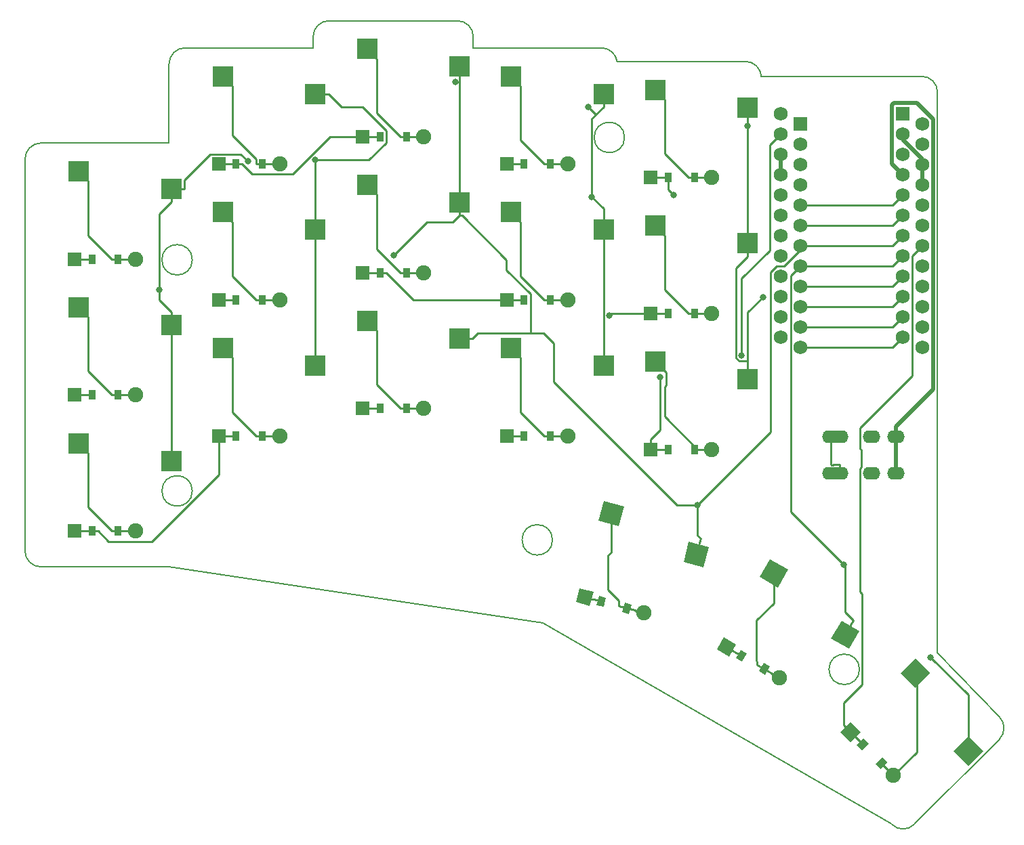
<source format=gbr>
G04 #@! TF.GenerationSoftware,KiCad,Pcbnew,5.1.5+dfsg1-2build2*
G04 #@! TF.CreationDate,2021-09-18T18:44:29+00:00*
G04 #@! TF.ProjectId,board,626f6172-642e-46b6-9963-61645f706362,VERSION_HERE*
G04 #@! TF.SameCoordinates,Original*
G04 #@! TF.FileFunction,Copper,L2,Bot*
G04 #@! TF.FilePolarity,Positive*
%FSLAX46Y46*%
G04 Gerber Fmt 4.6, Leading zero omitted, Abs format (unit mm)*
G04 Created by KiCad (PCBNEW 5.1.5+dfsg1-2build2) date 2021-09-18 18:44:29*
%MOMM*%
%LPD*%
G04 APERTURE LIST*
G04 #@! TA.AperFunction,Profile*
%ADD10C,0.150000*%
G04 #@! TD*
G04 #@! TA.AperFunction,SMDPad,CuDef*
%ADD11R,2.600000X2.600000*%
G04 #@! TD*
G04 #@! TA.AperFunction,SMDPad,CuDef*
%ADD12R,0.900000X1.200000*%
G04 #@! TD*
G04 #@! TA.AperFunction,ComponentPad*
%ADD13C,1.905000*%
G04 #@! TD*
G04 #@! TA.AperFunction,ComponentPad*
%ADD14R,1.778000X1.778000*%
G04 #@! TD*
G04 #@! TA.AperFunction,SMDPad,CuDef*
%ADD15C,0.350000*%
G04 #@! TD*
G04 #@! TA.AperFunction,ComponentPad*
%ADD16C,0.350000*%
G04 #@! TD*
G04 #@! TA.AperFunction,ComponentPad*
%ADD17R,1.752600X1.752600*%
G04 #@! TD*
G04 #@! TA.AperFunction,ComponentPad*
%ADD18C,1.752600*%
G04 #@! TD*
G04 #@! TA.AperFunction,ComponentPad*
%ADD19O,2.200000X1.600000*%
G04 #@! TD*
G04 #@! TA.AperFunction,ViaPad*
%ADD20C,0.800000*%
G04 #@! TD*
G04 #@! TA.AperFunction,Conductor*
%ADD21C,0.250000*%
G04 #@! TD*
G04 #@! TA.AperFunction,Conductor*
%ADD22C,0.500000*%
G04 #@! TD*
G04 APERTURE END LIST*
D10*
X10000000Y-9500000D02*
X26000000Y-9500000D01*
X8000000Y-7500000D02*
X8000000Y41500000D01*
X10000000Y-9500000D02*
G75*
G02X8000000Y-7500000I0J2000000D01*
G01*
X26000000Y43500000D02*
X10000000Y43500000D01*
X8000000Y41500000D02*
G75*
G02X10000000Y43500000I2000000J0D01*
G01*
X44000000Y55400000D02*
X28000000Y55400000D01*
X26000000Y53400000D02*
G75*
G02X28000000Y55400000I2000000J0D01*
G01*
X26000000Y53400000D02*
X26000000Y43500000D01*
X64000000Y55400000D02*
X64000000Y56800000D01*
X62000000Y58800000D02*
G75*
G02X64000000Y56800000I0J-2000000D01*
G01*
X62000000Y58800000D02*
X46000000Y58800000D01*
X44000000Y56800000D02*
G75*
G02X46000000Y58800000I2000000J0D01*
G01*
X44000000Y56800000D02*
X44000000Y55400000D01*
X80000000Y55400000D02*
G75*
G02X81977391Y53699872I0J-2000000D01*
G01*
X80000000Y55400000D02*
X64000000Y55400000D01*
X98000000Y53700000D02*
G75*
G02X99994367Y51850000I0J-2000000D01*
G01*
X98000000Y53700000D02*
X82000000Y53700000D01*
X81977391Y53699872D02*
G75*
G02X82000000Y53700000I22609J-1999872D01*
G01*
X119117258Y-41686664D02*
G75*
G02X116288831Y-41686665I-1414214J1414213D01*
G01*
X119117258Y-41686665D02*
X129723860Y-31080063D01*
X129723859Y-28251636D02*
G75*
G02X129723860Y-31080063I-1414213J-1414214D01*
G01*
X122000000Y-20208734D02*
X129723860Y-28251636D01*
X116288831Y-41686665D02*
X72707107Y-16524745D01*
X72707107Y-16524745D02*
X26000000Y-9500000D01*
X122000000Y-20208734D02*
X122000000Y49850000D01*
X120000000Y51850000D02*
G75*
G02X122000000Y49850000I0J-2000000D01*
G01*
X120000000Y51850000D02*
X99994367Y51850000D01*
X28900000Y28900000D02*
G75*
G03X28900000Y28900000I-1900000J0D01*
G01*
X28900000Y0D02*
G75*
G03X28900000Y0I-1900000J0D01*
G01*
X82900000Y44200000D02*
G75*
G03X82900000Y44200000I-1900000J0D01*
G01*
X73900000Y-6120000D02*
G75*
G03X73900000Y-6120000I-1900000J0D01*
G01*
X112249134Y-22311939D02*
G75*
G03X112249134Y-22311939I-1900000J0D01*
G01*
D11*
G04 #@! TO.P,S1,1*
G04 #@! TO.N,pinky_bottom*
X14725000Y5950000D03*
G04 #@! TO.P,S1,2*
G04 #@! TO.N,P21*
X26275000Y3750000D03*
G04 #@! TD*
D12*
G04 #@! TO.P,D1,2*
G04 #@! TO.N,pinky_bottom*
X19650000Y-5000000D03*
G04 #@! TO.P,D1,1*
G04 #@! TO.N,P7*
X16350000Y-5000000D03*
D13*
G04 #@! TO.N,pinky_bottom*
X21810000Y-5000000D03*
D14*
G04 #@! TO.P,D1,2*
G04 #@! TO.N,P7*
X14190000Y-5000000D03*
G04 #@! TD*
D11*
G04 #@! TO.P,S2,1*
G04 #@! TO.N,pinky_home*
X14725000Y22950000D03*
G04 #@! TO.P,S2,2*
G04 #@! TO.N,P21*
X26275000Y20750000D03*
G04 #@! TD*
D12*
G04 #@! TO.P,D2,2*
G04 #@! TO.N,pinky_home*
X19650000Y12000000D03*
G04 #@! TO.P,D2,1*
G04 #@! TO.N,P6*
X16350000Y12000000D03*
D13*
G04 #@! TO.N,pinky_home*
X21810000Y12000000D03*
D14*
G04 #@! TO.P,D2,2*
G04 #@! TO.N,P6*
X14190000Y12000000D03*
G04 #@! TD*
D11*
G04 #@! TO.P,S3,1*
G04 #@! TO.N,pinky_top*
X14725000Y39950000D03*
G04 #@! TO.P,S3,2*
G04 #@! TO.N,P21*
X26275000Y37750000D03*
G04 #@! TD*
D12*
G04 #@! TO.P,D3,2*
G04 #@! TO.N,pinky_top*
X19650000Y29000000D03*
G04 #@! TO.P,D3,1*
G04 #@! TO.N,P5*
X16350000Y29000000D03*
D13*
G04 #@! TO.N,pinky_top*
X21810000Y29000000D03*
D14*
G04 #@! TO.P,D3,2*
G04 #@! TO.N,P5*
X14190000Y29000000D03*
G04 #@! TD*
D11*
G04 #@! TO.P,S4,1*
G04 #@! TO.N,ring_bottom*
X32725000Y17850000D03*
G04 #@! TO.P,S4,2*
G04 #@! TO.N,P20*
X44275000Y15650000D03*
G04 #@! TD*
D12*
G04 #@! TO.P,D4,2*
G04 #@! TO.N,ring_bottom*
X37650000Y6900000D03*
G04 #@! TO.P,D4,1*
G04 #@! TO.N,P7*
X34350000Y6900000D03*
D13*
G04 #@! TO.N,ring_bottom*
X39810000Y6900000D03*
D14*
G04 #@! TO.P,D4,2*
G04 #@! TO.N,P7*
X32190000Y6900000D03*
G04 #@! TD*
D11*
G04 #@! TO.P,S5,1*
G04 #@! TO.N,ring_home*
X32725000Y34850000D03*
G04 #@! TO.P,S5,2*
G04 #@! TO.N,P20*
X44275000Y32650000D03*
G04 #@! TD*
D12*
G04 #@! TO.P,D5,2*
G04 #@! TO.N,ring_home*
X37650000Y23900000D03*
G04 #@! TO.P,D5,1*
G04 #@! TO.N,P6*
X34350000Y23900000D03*
D13*
G04 #@! TO.N,ring_home*
X39810000Y23900000D03*
D14*
G04 #@! TO.P,D5,2*
G04 #@! TO.N,P6*
X32190000Y23900000D03*
G04 #@! TD*
D11*
G04 #@! TO.P,S6,1*
G04 #@! TO.N,ring_top*
X32725000Y51850000D03*
G04 #@! TO.P,S6,2*
G04 #@! TO.N,P20*
X44275000Y49650000D03*
G04 #@! TD*
D12*
G04 #@! TO.P,D6,2*
G04 #@! TO.N,ring_top*
X37650000Y40900000D03*
G04 #@! TO.P,D6,1*
G04 #@! TO.N,P5*
X34350000Y40900000D03*
D13*
G04 #@! TO.N,ring_top*
X39810000Y40900000D03*
D14*
G04 #@! TO.P,D6,2*
G04 #@! TO.N,P5*
X32190000Y40900000D03*
G04 #@! TD*
D11*
G04 #@! TO.P,S7,1*
G04 #@! TO.N,middle_bottom*
X50725000Y21250000D03*
G04 #@! TO.P,S7,2*
G04 #@! TO.N,P19*
X62275000Y19050000D03*
G04 #@! TD*
D12*
G04 #@! TO.P,D7,2*
G04 #@! TO.N,middle_bottom*
X55650000Y10300000D03*
G04 #@! TO.P,D7,1*
G04 #@! TO.N,P7*
X52350000Y10300000D03*
D13*
G04 #@! TO.N,middle_bottom*
X57810000Y10300000D03*
D14*
G04 #@! TO.P,D7,2*
G04 #@! TO.N,P7*
X50190000Y10300000D03*
G04 #@! TD*
D11*
G04 #@! TO.P,S8,1*
G04 #@! TO.N,middle_home*
X50725000Y38250000D03*
G04 #@! TO.P,S8,2*
G04 #@! TO.N,P19*
X62275000Y36050000D03*
G04 #@! TD*
D12*
G04 #@! TO.P,D8,2*
G04 #@! TO.N,middle_home*
X55650000Y27300000D03*
G04 #@! TO.P,D8,1*
G04 #@! TO.N,P6*
X52350000Y27300000D03*
D13*
G04 #@! TO.N,middle_home*
X57810000Y27300000D03*
D14*
G04 #@! TO.P,D8,2*
G04 #@! TO.N,P6*
X50190000Y27300000D03*
G04 #@! TD*
D11*
G04 #@! TO.P,S9,1*
G04 #@! TO.N,middle_top*
X50725000Y55250000D03*
G04 #@! TO.P,S9,2*
G04 #@! TO.N,P19*
X62275000Y53050000D03*
G04 #@! TD*
D12*
G04 #@! TO.P,D9,2*
G04 #@! TO.N,middle_top*
X55650000Y44300000D03*
G04 #@! TO.P,D9,1*
G04 #@! TO.N,P5*
X52350000Y44300000D03*
D13*
G04 #@! TO.N,middle_top*
X57810000Y44300000D03*
D14*
G04 #@! TO.P,D9,2*
G04 #@! TO.N,P5*
X50190000Y44300000D03*
G04 #@! TD*
D11*
G04 #@! TO.P,S10,1*
G04 #@! TO.N,index_bottom*
X68725000Y17850000D03*
G04 #@! TO.P,S10,2*
G04 #@! TO.N,P18*
X80275000Y15650000D03*
G04 #@! TD*
D12*
G04 #@! TO.P,D10,2*
G04 #@! TO.N,index_bottom*
X73650000Y6900000D03*
G04 #@! TO.P,D10,1*
G04 #@! TO.N,P7*
X70350000Y6900000D03*
D13*
G04 #@! TO.N,index_bottom*
X75810000Y6900000D03*
D14*
G04 #@! TO.P,D10,2*
G04 #@! TO.N,P7*
X68190000Y6900000D03*
G04 #@! TD*
D11*
G04 #@! TO.P,S11,1*
G04 #@! TO.N,index_home*
X68725000Y34850000D03*
G04 #@! TO.P,S11,2*
G04 #@! TO.N,P18*
X80275000Y32650000D03*
G04 #@! TD*
D12*
G04 #@! TO.P,D11,2*
G04 #@! TO.N,index_home*
X73650000Y23900000D03*
G04 #@! TO.P,D11,1*
G04 #@! TO.N,P6*
X70350000Y23900000D03*
D13*
G04 #@! TO.N,index_home*
X75810000Y23900000D03*
D14*
G04 #@! TO.P,D11,2*
G04 #@! TO.N,P6*
X68190000Y23900000D03*
G04 #@! TD*
D11*
G04 #@! TO.P,S12,1*
G04 #@! TO.N,index_top*
X68725000Y51850000D03*
G04 #@! TO.P,S12,2*
G04 #@! TO.N,P18*
X80275000Y49650000D03*
G04 #@! TD*
D12*
G04 #@! TO.P,D12,2*
G04 #@! TO.N,index_top*
X73650000Y40900000D03*
G04 #@! TO.P,D12,1*
G04 #@! TO.N,P5*
X70350000Y40900000D03*
D13*
G04 #@! TO.N,index_top*
X75810000Y40900000D03*
D14*
G04 #@! TO.P,D12,2*
G04 #@! TO.N,P5*
X68190000Y40900000D03*
G04 #@! TD*
D11*
G04 #@! TO.P,S13,1*
G04 #@! TO.N,inner_bottom*
X86725000Y16150000D03*
G04 #@! TO.P,S13,2*
G04 #@! TO.N,P15*
X98275000Y13950000D03*
G04 #@! TD*
D12*
G04 #@! TO.P,D13,2*
G04 #@! TO.N,inner_bottom*
X91650000Y5200000D03*
G04 #@! TO.P,D13,1*
G04 #@! TO.N,P7*
X88350000Y5200000D03*
D13*
G04 #@! TO.N,inner_bottom*
X93810000Y5200000D03*
D14*
G04 #@! TO.P,D13,2*
G04 #@! TO.N,P7*
X86190000Y5200000D03*
G04 #@! TD*
D11*
G04 #@! TO.P,S14,1*
G04 #@! TO.N,inner_home*
X86725000Y33150000D03*
G04 #@! TO.P,S14,2*
G04 #@! TO.N,P15*
X98275000Y30950000D03*
G04 #@! TD*
D12*
G04 #@! TO.P,D14,2*
G04 #@! TO.N,inner_home*
X91650000Y22200000D03*
G04 #@! TO.P,D14,1*
G04 #@! TO.N,P6*
X88350000Y22200000D03*
D13*
G04 #@! TO.N,inner_home*
X93810000Y22200000D03*
D14*
G04 #@! TO.P,D14,2*
G04 #@! TO.N,P6*
X86190000Y22200000D03*
G04 #@! TD*
D11*
G04 #@! TO.P,S15,1*
G04 #@! TO.N,inner_top*
X86725000Y50150000D03*
G04 #@! TO.P,S15,2*
G04 #@! TO.N,P15*
X98275000Y47950000D03*
G04 #@! TD*
D12*
G04 #@! TO.P,D15,2*
G04 #@! TO.N,inner_top*
X91650000Y39200000D03*
G04 #@! TO.P,D15,1*
G04 #@! TO.N,P5*
X88350000Y39200000D03*
D13*
G04 #@! TO.N,inner_top*
X93810000Y39200000D03*
D14*
G04 #@! TO.P,D15,2*
G04 #@! TO.N,P5*
X86190000Y39200000D03*
G04 #@! TD*
G04 #@! TA.AperFunction,SMDPad,CuDef*
D15*
G04 #@! TO.P,S16,1*
G04 #@! TO.N,near_thumb*
G36*
X79677698Y-3743348D02*
G01*
X80350627Y-1231941D01*
X82862034Y-1904870D01*
X82189105Y-4416277D01*
X79677698Y-3743348D01*
G37*
G04 #@! TD.AperFunction*
G04 #@! TA.AperFunction,SMDPad,CuDef*
G04 #@! TO.P,S16,2*
G04 #@! TO.N,P19*
G36*
X90264740Y-8857745D02*
G01*
X90937669Y-6346338D01*
X93449076Y-7019267D01*
X92776147Y-9530674D01*
X90264740Y-8857745D01*
G37*
G04 #@! TD.AperFunction*
G04 #@! TD*
G04 #@! TA.AperFunction,SMDPad,CuDef*
G04 #@! TO.P,D16,2*
G04 #@! TO.N,near_thumb*
G36*
X82603020Y-15138737D02*
G01*
X82913603Y-13979626D01*
X83782936Y-14212563D01*
X83472353Y-15371674D01*
X82603020Y-15138737D01*
G37*
G04 #@! TD.AperFunction*
G04 #@! TA.AperFunction,SMDPad,CuDef*
G04 #@! TO.P,D16,1*
G04 #@! TO.N,P4*
G36*
X79415464Y-14284637D02*
G01*
X79726047Y-13125526D01*
X80595380Y-13358463D01*
X80284797Y-14517574D01*
X79415464Y-14284637D01*
G37*
G04 #@! TD.AperFunction*
D13*
G04 #@! TO.N,near_thumb*
X85279377Y-15234702D03*
G04 #@! TA.AperFunction,ComponentPad*
D16*
G04 #@! TO.P,D16,2*
G04 #@! TO.N,P4*
G36*
X76830225Y-13891116D02*
G01*
X77290405Y-12173700D01*
X79007821Y-12633880D01*
X78547641Y-14351296D01*
X76830225Y-13891116D01*
G37*
G04 #@! TD.AperFunction*
G04 #@! TD*
G04 #@! TA.AperFunction,SMDPad,CuDef*
D15*
G04 #@! TO.P,S17,1*
G04 #@! TO.N,home_thumb*
G36*
X99793934Y-10782982D02*
G01*
X101093934Y-8531316D01*
X103345600Y-9831316D01*
X102045600Y-12082982D01*
X99793934Y-10782982D01*
G37*
G04 #@! TD.AperFunction*
G04 #@! TA.AperFunction,SMDPad,CuDef*
G04 #@! TO.P,S17,2*
G04 #@! TO.N,P18*
G36*
X108696527Y-18463238D02*
G01*
X109996527Y-16211572D01*
X112248193Y-17511572D01*
X110948193Y-19763238D01*
X108696527Y-18463238D01*
G37*
G04 #@! TD.AperFunction*
G04 #@! TD*
G04 #@! TA.AperFunction,SMDPad,CuDef*
G04 #@! TO.P,D17,2*
G04 #@! TO.N,home_thumb*
G36*
X99670131Y-22547315D02*
G01*
X100270131Y-21508085D01*
X101049553Y-21958085D01*
X100449553Y-22997315D01*
X99670131Y-22547315D01*
G37*
G04 #@! TD.AperFunction*
G04 #@! TA.AperFunction,SMDPad,CuDef*
G04 #@! TO.P,D17,1*
G04 #@! TO.N,P4*
G36*
X96812247Y-20897315D02*
G01*
X97412247Y-19858085D01*
X98191669Y-20308085D01*
X97591669Y-21347315D01*
X96812247Y-20897315D01*
G37*
G04 #@! TD.AperFunction*
D13*
G04 #@! TO.N,home_thumb*
X102230457Y-23332700D03*
G04 #@! TA.AperFunction,ComponentPad*
D16*
G04 #@! TO.P,D17,2*
G04 #@! TO.N,P4*
G36*
X94416946Y-19848097D02*
G01*
X95305946Y-18308303D01*
X96845740Y-19197303D01*
X95956740Y-20737097D01*
X94416946Y-19848097D01*
G37*
G04 #@! TD.AperFunction*
G04 #@! TD*
G04 #@! TA.AperFunction,SMDPad,CuDef*
D15*
G04 #@! TO.P,S18,1*
G04 #@! TO.N,far_thumb*
G36*
X117402033Y-22789240D02*
G01*
X119240511Y-20950762D01*
X121078989Y-22789240D01*
X119240511Y-24627718D01*
X117402033Y-22789240D01*
G37*
G04 #@! TD.AperFunction*
G04 #@! TA.AperFunction,SMDPad,CuDef*
G04 #@! TO.P,S18,2*
G04 #@! TO.N,P15*
G36*
X124013481Y-32511958D02*
G01*
X125851959Y-30673480D01*
X127690437Y-32511958D01*
X125851959Y-34350436D01*
X124013481Y-32511958D01*
G37*
G04 #@! TD.AperFunction*
G04 #@! TD*
G04 #@! TA.AperFunction,SMDPad,CuDef*
G04 #@! TO.P,D18,2*
G04 #@! TO.N,far_thumb*
G36*
X114238264Y-34120592D02*
G01*
X115086792Y-33272064D01*
X115723188Y-33908460D01*
X114874660Y-34756988D01*
X114238264Y-34120592D01*
G37*
G04 #@! TD.AperFunction*
G04 #@! TA.AperFunction,SMDPad,CuDef*
G04 #@! TO.P,D18,1*
G04 #@! TO.N,P4*
G36*
X111904812Y-31787140D02*
G01*
X112753340Y-30938612D01*
X113389736Y-31575008D01*
X112541208Y-32423536D01*
X111904812Y-31787140D01*
G37*
G04 #@! TD.AperFunction*
D13*
G04 #@! TO.N,far_thumb*
X116508077Y-35541877D03*
G04 #@! TA.AperFunction,ComponentPad*
D16*
G04 #@! TO.P,D18,2*
G04 #@! TO.N,P4*
G36*
X109862687Y-30153723D02*
G01*
X111119923Y-28896487D01*
X112377159Y-30153723D01*
X111119923Y-31410959D01*
X109862687Y-30153723D01*
G37*
G04 #@! TD.AperFunction*
G04 #@! TD*
D17*
G04 #@! TO.P,MCU1,1*
G04 #@! TO.N,RAW*
X117620000Y47170000D03*
D18*
G04 #@! TO.P,MCU1,2*
G04 #@! TO.N,GND*
X117620000Y44630000D03*
G04 #@! TO.P,MCU1,3*
G04 #@! TO.N,RST*
X117620000Y42090000D03*
G04 #@! TO.P,MCU1,4*
G04 #@! TO.N,VCC*
X117620000Y39550000D03*
G04 #@! TO.P,MCU1,5*
G04 #@! TO.N,P21*
X117620000Y37010000D03*
G04 #@! TO.P,MCU1,6*
G04 #@! TO.N,P20*
X117620000Y34470000D03*
G04 #@! TO.P,MCU1,7*
G04 #@! TO.N,P19*
X117620000Y31930000D03*
G04 #@! TO.P,MCU1,8*
G04 #@! TO.N,P18*
X117620000Y29390000D03*
G04 #@! TO.P,MCU1,9*
G04 #@! TO.N,P15*
X117620000Y26850000D03*
G04 #@! TO.P,MCU1,10*
G04 #@! TO.N,P14*
X117620000Y24310000D03*
G04 #@! TO.P,MCU1,11*
G04 #@! TO.N,P16*
X117620000Y21770000D03*
G04 #@! TO.P,MCU1,12*
G04 #@! TO.N,P10*
X117620000Y19230000D03*
G04 #@! TO.P,MCU1,13*
G04 #@! TO.N,P1*
X102380000Y47170000D03*
G04 #@! TO.P,MCU1,14*
G04 #@! TO.N,P0*
X102380000Y44630000D03*
G04 #@! TO.P,MCU1,15*
G04 #@! TO.N,GND*
X102380000Y42090000D03*
G04 #@! TO.P,MCU1,16*
X102380000Y39550000D03*
G04 #@! TO.P,MCU1,17*
G04 #@! TO.N,P2*
X102380000Y37010000D03*
G04 #@! TO.P,MCU1,18*
G04 #@! TO.N,P3*
X102380000Y34470000D03*
G04 #@! TO.P,MCU1,19*
G04 #@! TO.N,P4*
X102380000Y31930000D03*
G04 #@! TO.P,MCU1,20*
G04 #@! TO.N,P5*
X102380000Y29390000D03*
G04 #@! TO.P,MCU1,21*
G04 #@! TO.N,P6*
X102380000Y26850000D03*
G04 #@! TO.P,MCU1,22*
G04 #@! TO.N,P7*
X102380000Y24310000D03*
G04 #@! TO.P,MCU1,23*
G04 #@! TO.N,P8*
X102380000Y21770000D03*
G04 #@! TO.P,MCU1,24*
G04 #@! TO.N,P9*
X102380000Y19230000D03*
G04 #@! TD*
D17*
G04 #@! TO.P,MCU2,1*
G04 #@! TO.N,RAW*
X104880000Y45920000D03*
D18*
G04 #@! TO.P,MCU2,2*
G04 #@! TO.N,GND*
X104880000Y43380000D03*
G04 #@! TO.P,MCU2,3*
G04 #@! TO.N,RST*
X104880000Y40840000D03*
G04 #@! TO.P,MCU2,4*
G04 #@! TO.N,VCC*
X104880000Y38300000D03*
G04 #@! TO.P,MCU2,5*
G04 #@! TO.N,P21*
X104880000Y35760000D03*
G04 #@! TO.P,MCU2,6*
G04 #@! TO.N,P20*
X104880000Y33220000D03*
G04 #@! TO.P,MCU2,7*
G04 #@! TO.N,P19*
X104880000Y30680000D03*
G04 #@! TO.P,MCU2,8*
G04 #@! TO.N,P18*
X104880000Y28140000D03*
G04 #@! TO.P,MCU2,9*
G04 #@! TO.N,P15*
X104880000Y25600000D03*
G04 #@! TO.P,MCU2,10*
G04 #@! TO.N,P14*
X104880000Y23060000D03*
G04 #@! TO.P,MCU2,11*
G04 #@! TO.N,P16*
X104880000Y20520000D03*
G04 #@! TO.P,MCU2,12*
G04 #@! TO.N,P10*
X104880000Y17980000D03*
G04 #@! TO.P,MCU2,13*
G04 #@! TO.N,P1*
X120120000Y45920000D03*
G04 #@! TO.P,MCU2,14*
G04 #@! TO.N,P0*
X120120000Y43380000D03*
G04 #@! TO.P,MCU2,15*
G04 #@! TO.N,GND*
X120120000Y40840000D03*
G04 #@! TO.P,MCU2,16*
X120120000Y38300000D03*
G04 #@! TO.P,MCU2,17*
G04 #@! TO.N,P2*
X120120000Y35760000D03*
G04 #@! TO.P,MCU2,18*
G04 #@! TO.N,P3*
X120120000Y33220000D03*
G04 #@! TO.P,MCU2,19*
G04 #@! TO.N,P4*
X120120000Y30680000D03*
G04 #@! TO.P,MCU2,20*
G04 #@! TO.N,P5*
X120120000Y28140000D03*
G04 #@! TO.P,MCU2,21*
G04 #@! TO.N,P6*
X120120000Y25600000D03*
G04 #@! TO.P,MCU2,22*
G04 #@! TO.N,P7*
X120120000Y23060000D03*
G04 #@! TO.P,MCU2,23*
G04 #@! TO.N,P8*
X120120000Y20520000D03*
G04 #@! TO.P,MCU2,24*
G04 #@! TO.N,P9*
X120120000Y17980000D03*
G04 #@! TD*
D19*
G04 #@! TO.P,REF\002A\002A,1*
G04 #@! TO.N,P0*
X108700000Y2200000D03*
G04 #@! TO.P,REF\002A\002A,2*
X109800000Y6800000D03*
G04 #@! TO.P,REF\002A\002A,3*
G04 #@! TO.N,GND*
X113800000Y6800000D03*
G04 #@! TO.P,REF\002A\002A,4*
G04 #@! TO.N,VCC*
X116800000Y6800000D03*
G04 #@! TO.P,REF\002A\002A,1*
G04 #@! TO.N,P0*
X108700000Y6800000D03*
G04 #@! TO.P,REF\002A\002A,2*
X109800000Y2200000D03*
G04 #@! TO.P,REF\002A\002A,3*
G04 #@! TO.N,GND*
X113800000Y2200000D03*
G04 #@! TO.P,REF\002A\002A,4*
G04 #@! TO.N,VCC*
X116800000Y2200000D03*
G04 #@! TD*
D20*
G04 #@! TO.N,P21*
X35851200Y41224700D03*
X24771000Y25180500D03*
G04 #@! TO.N,P7*
X87368400Y14245800D03*
G04 #@! TO.N,P6*
X81000000Y21896700D03*
G04 #@! TO.N,P5*
X89048000Y36966100D03*
G04 #@! TO.N,P20*
X44275000Y41372200D03*
G04 #@! TO.N,P19*
X61788300Y51133300D03*
X54046300Y29431800D03*
X92019800Y-1797300D03*
G04 #@! TO.N,P18*
X78408000Y48011900D03*
X78774600Y36781700D03*
X110303400Y-9264100D03*
G04 #@! TO.N,P15*
X100174400Y24218300D03*
X98275000Y45663600D03*
X121164200Y-20809300D03*
G04 #@! TO.N,P0*
X97540900Y16957700D03*
G04 #@! TD*
D21*
G04 #@! TO.N,pinky_bottom*
X19650000Y-5000000D02*
X18874700Y-5000000D01*
X18874700Y-5000000D02*
X15921700Y-2047000D01*
X15921700Y-2047000D02*
X15921700Y4753300D01*
X15921700Y4753300D02*
X14725000Y5950000D01*
X21810000Y-5000000D02*
X19650000Y-5000000D01*
G04 #@! TO.N,P21*
X27900300Y37750000D02*
X27900300Y38867400D01*
X27900300Y38867400D02*
X31151700Y42118800D01*
X31151700Y42118800D02*
X34957100Y42118800D01*
X34957100Y42118800D02*
X35851200Y41224700D01*
X26275000Y37750000D02*
X27900300Y37750000D01*
X26275000Y37750000D02*
X26275000Y36124700D01*
X24771000Y25180500D02*
X24771000Y23879300D01*
X24771000Y23879300D02*
X26275000Y22375300D01*
X26275000Y36124700D02*
X24771000Y34620700D01*
X24771000Y34620700D02*
X24771000Y25180500D01*
X26275000Y20750000D02*
X26275000Y3750000D01*
X26275000Y21256000D02*
X26275000Y20750000D01*
X26275000Y21256000D02*
X26275000Y22375300D01*
X104880000Y35760000D02*
X116370000Y35760000D01*
X116370000Y35760000D02*
X117620000Y37010000D01*
G04 #@! TO.N,P7*
X86190000Y5200000D02*
X86190000Y6414300D01*
X86190000Y6414300D02*
X87368400Y7592700D01*
X87368400Y7592700D02*
X87368400Y14245800D01*
X32190000Y6900000D02*
X32190000Y2004200D01*
X32190000Y2004200D02*
X23848500Y-6337300D01*
X23848500Y-6337300D02*
X18462600Y-6337300D01*
X18462600Y-6337300D02*
X17125300Y-5000000D01*
X16350000Y-5000000D02*
X17125300Y-5000000D01*
X34350000Y6900000D02*
X32190000Y6900000D01*
X16350000Y-5000000D02*
X14190000Y-5000000D01*
X52350000Y10300000D02*
X50190000Y10300000D01*
X70350000Y6900000D02*
X68190000Y6900000D01*
X88350000Y5200000D02*
X86190000Y5200000D01*
G04 #@! TO.N,pinky_home*
X19650000Y12000000D02*
X18874700Y12000000D01*
X18874700Y12000000D02*
X15921700Y14953000D01*
X15921700Y14953000D02*
X15921700Y21753300D01*
X15921700Y21753300D02*
X14725000Y22950000D01*
X21810000Y12000000D02*
X19650000Y12000000D01*
G04 #@! TO.N,P6*
X86190000Y22200000D02*
X81303300Y22200000D01*
X81303300Y22200000D02*
X81000000Y21896700D01*
X88350000Y22200000D02*
X86190000Y22200000D01*
X52350000Y27300000D02*
X53125300Y27300000D01*
X68190000Y23900000D02*
X56525300Y23900000D01*
X56525300Y23900000D02*
X53125300Y27300000D01*
X70350000Y23900000D02*
X68190000Y23900000D01*
X16350000Y12000000D02*
X14190000Y12000000D01*
X34350000Y23900000D02*
X32190000Y23900000D01*
X52350000Y27300000D02*
X50190000Y27300000D01*
G04 #@! TO.N,pinky_top*
X19650000Y29000000D02*
X18874700Y29000000D01*
X18874700Y29000000D02*
X15921700Y31953000D01*
X15921700Y31953000D02*
X15921700Y38753300D01*
X15921700Y38753300D02*
X14725000Y39950000D01*
X21810000Y29000000D02*
X19650000Y29000000D01*
G04 #@! TO.N,P5*
X88350000Y39200000D02*
X88350000Y37664100D01*
X88350000Y37664100D02*
X89048000Y36966100D01*
X34350000Y40900000D02*
X35125300Y40900000D01*
X50190000Y44300000D02*
X46105900Y44300000D01*
X46105900Y44300000D02*
X41417400Y39611500D01*
X41417400Y39611500D02*
X36413800Y39611500D01*
X36413800Y39611500D02*
X35125300Y40900000D01*
X52350000Y44300000D02*
X50190000Y44300000D01*
X88350000Y39200000D02*
X86190000Y39200000D01*
X16350000Y29000000D02*
X14190000Y29000000D01*
X34350000Y40900000D02*
X32190000Y40900000D01*
X70350000Y40900000D02*
X68190000Y40900000D01*
G04 #@! TO.N,ring_bottom*
X37650000Y6900000D02*
X36874700Y6900000D01*
X36874700Y6900000D02*
X33921700Y9853000D01*
X33921700Y9853000D02*
X33921700Y16653300D01*
X33921700Y16653300D02*
X32725000Y17850000D01*
X39810000Y6900000D02*
X37650000Y6900000D01*
G04 #@! TO.N,P20*
X44275000Y41372200D02*
X50954400Y41372200D01*
X50954400Y41372200D02*
X53125400Y43543200D01*
X53125400Y43543200D02*
X53125400Y45054800D01*
X53125400Y45054800D02*
X50155500Y48024700D01*
X50155500Y48024700D02*
X47525600Y48024700D01*
X47525600Y48024700D02*
X45900300Y49650000D01*
X44275000Y49650000D02*
X45900300Y49650000D01*
X44275000Y32650000D02*
X44275000Y41372200D01*
X44275000Y32650000D02*
X44275000Y15650000D01*
X104880000Y33220000D02*
X116370000Y33220000D01*
X116370000Y33220000D02*
X117620000Y34470000D01*
G04 #@! TO.N,ring_home*
X37650000Y23900000D02*
X36874700Y23900000D01*
X36874700Y23900000D02*
X33921700Y26853000D01*
X33921700Y26853000D02*
X33921700Y33653300D01*
X33921700Y33653300D02*
X32725000Y34850000D01*
X39810000Y23900000D02*
X37650000Y23900000D01*
G04 #@! TO.N,ring_top*
X36874700Y40900000D02*
X36874700Y41496600D01*
X36874700Y41496600D02*
X33921700Y44449600D01*
X33921700Y44449600D02*
X33921700Y50653300D01*
X33921700Y50653300D02*
X32725000Y51850000D01*
X37650000Y40900000D02*
X36874700Y40900000D01*
X39810000Y40900000D02*
X37650000Y40900000D01*
G04 #@! TO.N,middle_bottom*
X55650000Y10300000D02*
X54874700Y10300000D01*
X54874700Y10300000D02*
X51921700Y13253000D01*
X51921700Y13253000D02*
X51921700Y20053300D01*
X51921700Y20053300D02*
X50725000Y21250000D01*
X57810000Y10300000D02*
X55650000Y10300000D01*
G04 #@! TO.N,P19*
X62275000Y51133300D02*
X61788300Y51133300D01*
X62275000Y51133300D02*
X62275000Y36050000D01*
X62275000Y53050000D02*
X62275000Y51133300D01*
X62275000Y34424700D02*
X61458800Y33608500D01*
X61458800Y33608500D02*
X58223000Y33608500D01*
X58223000Y33608500D02*
X54046300Y29431800D01*
X71143100Y19724800D02*
X71143100Y24624800D01*
X71143100Y24624800D02*
X68161200Y27606700D01*
X68161200Y27606700D02*
X68161200Y28907200D01*
X68161200Y28907200D02*
X62643700Y34424700D01*
X62643700Y34424700D02*
X62275000Y34424700D01*
X104880000Y30680000D02*
X104880000Y30127800D01*
X104880000Y30127800D02*
X102872200Y28120000D01*
X102872200Y28120000D02*
X101946900Y28120000D01*
X101946900Y28120000D02*
X101178300Y27351400D01*
X101178300Y27351400D02*
X101178300Y7361200D01*
X101178300Y7361200D02*
X92019800Y-1797300D01*
X117620000Y31930000D02*
X116370000Y30680000D01*
X116370000Y30680000D02*
X104880000Y30680000D01*
X71143100Y19724800D02*
X72762200Y19724800D01*
X72762200Y19724800D02*
X74043900Y18443100D01*
X74043900Y18443100D02*
X74043900Y13645100D01*
X74043900Y13645100D02*
X89486300Y-1797300D01*
X89486300Y-1797300D02*
X92019800Y-1797300D01*
X63900300Y19050000D02*
X64575100Y19724800D01*
X64575100Y19724800D02*
X71143100Y19724800D01*
X62275000Y19050000D02*
X63900300Y19050000D01*
X62275000Y36050000D02*
X62275000Y34424700D01*
X92390300Y-5947800D02*
X92390200Y-5947800D01*
X92390200Y-5947800D02*
X92019800Y-5577400D01*
X92019800Y-5577400D02*
X92019800Y-1797300D01*
X91856900Y-7938500D02*
X92390300Y-5947800D01*
G04 #@! TO.N,middle_home*
X55650000Y27300000D02*
X54874700Y27300000D01*
X54874700Y27300000D02*
X51921700Y30253000D01*
X51921700Y30253000D02*
X51921700Y37053300D01*
X51921700Y37053300D02*
X50725000Y38250000D01*
X57810000Y27300000D02*
X55650000Y27300000D01*
G04 #@! TO.N,middle_top*
X55650000Y44300000D02*
X54874700Y44300000D01*
X54874700Y44300000D02*
X51921700Y47253000D01*
X51921700Y47253000D02*
X51921700Y54053300D01*
X51921700Y54053300D02*
X50725000Y55250000D01*
X57810000Y44300000D02*
X55650000Y44300000D01*
G04 #@! TO.N,index_bottom*
X73650000Y6900000D02*
X72874700Y6900000D01*
X72874700Y6900000D02*
X69921700Y9853000D01*
X69921700Y9853000D02*
X69921700Y16653300D01*
X69921700Y16653300D02*
X68725000Y17850000D01*
X75810000Y6900000D02*
X73650000Y6900000D01*
G04 #@! TO.N,P18*
X110303400Y-9264100D02*
X103662800Y-2623500D01*
X103662800Y-2623500D02*
X103662800Y26922800D01*
X103662800Y26922800D02*
X104880000Y28140000D01*
X111502800Y-16202700D02*
X110472400Y-15172300D01*
X110472400Y-15172300D02*
X110472400Y-9433100D01*
X110472400Y-9433100D02*
X110303400Y-9264100D01*
X80275000Y34275300D02*
X80275000Y35281300D01*
X80275000Y35281300D02*
X78774600Y36781700D01*
X79335100Y47084800D02*
X78774600Y46524300D01*
X78774600Y46524300D02*
X78774600Y36781700D01*
X80275000Y15650000D02*
X80275000Y17275300D01*
X80275000Y32650000D02*
X80275000Y31024700D01*
X80275000Y31024700D02*
X80274700Y31024400D01*
X80274700Y31024400D02*
X80274700Y17275600D01*
X80274700Y17275600D02*
X80275000Y17275300D01*
X80275000Y48024700D02*
X79335100Y47084800D01*
X78408000Y48011900D02*
X79335100Y47084800D01*
X80275000Y33462700D02*
X80275000Y32650000D01*
X80275000Y33462700D02*
X80275000Y34275300D01*
X80275000Y49650000D02*
X80275000Y48024700D01*
X110472400Y-17987400D02*
X111502800Y-16202700D01*
X104880000Y28140000D02*
X116370000Y28140000D01*
X116370000Y28140000D02*
X117620000Y29390000D01*
G04 #@! TO.N,index_home*
X73650000Y23900000D02*
X72874700Y23900000D01*
X72874700Y23900000D02*
X69921700Y26853000D01*
X69921700Y26853000D02*
X69921700Y33653300D01*
X69921700Y33653300D02*
X68725000Y34850000D01*
X75810000Y23900000D02*
X73650000Y23900000D01*
G04 #@! TO.N,index_top*
X73650000Y40900000D02*
X72874700Y40900000D01*
X72874700Y40900000D02*
X69921700Y43853000D01*
X69921700Y43853000D02*
X69921700Y50653300D01*
X69921700Y50653300D02*
X68725000Y51850000D01*
X75810000Y40900000D02*
X73650000Y40900000D01*
G04 #@! TO.N,inner_bottom*
X92425200Y5200000D02*
X92018100Y5200000D01*
X92018100Y5200000D02*
X87921700Y9296400D01*
X87921700Y9296400D02*
X87921700Y13032000D01*
X87921700Y13032000D02*
X88093700Y13204000D01*
X88093700Y13204000D02*
X88093700Y14781300D01*
X88093700Y14781300D02*
X86725000Y16150000D01*
X92425200Y5200000D02*
X91650000Y5200000D01*
X93810000Y5200000D02*
X92425200Y5200000D01*
G04 #@! TO.N,P15*
X98275000Y16227500D02*
X98275000Y13950000D01*
X100174400Y24218300D02*
X98275000Y22318900D01*
X98275000Y22318900D02*
X98275000Y16227500D01*
X98275000Y16227500D02*
X97226700Y16227500D01*
X97226700Y16227500D02*
X96815000Y16639200D01*
X96815000Y16639200D02*
X96815000Y27864700D01*
X96815000Y27864700D02*
X98275000Y29324700D01*
X98275000Y30950000D02*
X98275000Y29324700D01*
X104880000Y25600000D02*
X116370000Y25600000D01*
X116370000Y25600000D02*
X117620000Y26850000D01*
X98275000Y45663600D02*
X98275000Y30950000D01*
X98275000Y47950000D02*
X98275000Y45663600D01*
X125852000Y-32512000D02*
X125852000Y-25497100D01*
X125852000Y-25497100D02*
X121164200Y-20809300D01*
G04 #@! TO.N,inner_home*
X91650000Y22200000D02*
X90874700Y22200000D01*
X90874700Y22200000D02*
X87921700Y25153000D01*
X87921700Y25153000D02*
X87921700Y31953300D01*
X87921700Y31953300D02*
X86725000Y33150000D01*
X93810000Y22200000D02*
X91650000Y22200000D01*
G04 #@! TO.N,inner_top*
X91650000Y39200000D02*
X90874700Y39200000D01*
X90874700Y39200000D02*
X87921700Y42153000D01*
X87921700Y42153000D02*
X87921700Y48953300D01*
X87921700Y48953300D02*
X86725000Y50150000D01*
X93810000Y39200000D02*
X91650000Y39200000D01*
G04 #@! TO.N,near_thumb*
X83193000Y-14675700D02*
X82204500Y-14410800D01*
X81269900Y-2824100D02*
X81269900Y-7663200D01*
X81269900Y-7663200D02*
X80850800Y-8082300D01*
X80850800Y-8082300D02*
X80850800Y-12333500D01*
X80850800Y-12333500D02*
X82204500Y-13687200D01*
X82204500Y-13687200D02*
X82204500Y-14410800D01*
X83193000Y-14675700D02*
X84181400Y-14940500D01*
X85279400Y-15234700D02*
X84475500Y-15234700D01*
X84475500Y-15234700D02*
X84181400Y-14940600D01*
X84181400Y-14940600D02*
X84181400Y-14940500D01*
G04 #@! TO.N,P4*
X111119900Y-30153700D02*
X110261300Y-29295100D01*
X120120000Y30680000D02*
X118862000Y29422000D01*
X118862000Y29422000D02*
X118862000Y14391600D01*
X118862000Y14391600D02*
X112329700Y7859300D01*
X112329700Y7859300D02*
X112329700Y5291300D01*
X112329700Y5291300D02*
X112488500Y5132500D01*
X112488500Y5132500D02*
X112488500Y2996900D01*
X112488500Y2996900D02*
X112293500Y2801900D01*
X112293500Y2801900D02*
X112293500Y-12575500D01*
X112293500Y-12575500D02*
X112586800Y-12868800D01*
X112586800Y-12868800D02*
X112586800Y-24214800D01*
X112586800Y-24214800D02*
X110261300Y-26540300D01*
X110261300Y-26540300D02*
X110261300Y-29295100D01*
X95631300Y-19522700D02*
X96964700Y-20292600D01*
X96964700Y-20292600D02*
X96964800Y-20292500D01*
X96964800Y-20292500D02*
X97191800Y-20292500D01*
X97191800Y-20292500D02*
X97502000Y-20602700D01*
X111119900Y-30153700D02*
X112647300Y-31681100D01*
X80005400Y-13821500D02*
X79017000Y-13556700D01*
X79017000Y-13556700D02*
X78213200Y-13556700D01*
X78213200Y-13556700D02*
X77919000Y-13262500D01*
G04 #@! TO.N,home_thumb*
X100359800Y-22252700D02*
X99473700Y-21741100D01*
X101569800Y-10307100D02*
X101569800Y-14015600D01*
X101569800Y-14015600D02*
X99380900Y-16204500D01*
X99380900Y-16204500D02*
X99380900Y-21273800D01*
X99380900Y-21273800D02*
X99473800Y-21366700D01*
X99473800Y-21366700D02*
X99473800Y-21741000D01*
X99473800Y-21741000D02*
X99473700Y-21741100D01*
X100359800Y-22252700D02*
X101246000Y-22764300D01*
X102230500Y-23332700D02*
X101814400Y-23332700D01*
X101814400Y-23332700D02*
X101246000Y-22764300D01*
G04 #@! TO.N,far_thumb*
X116508100Y-35541900D02*
X119405700Y-32644300D01*
X119405700Y-32644300D02*
X119405700Y-22954400D01*
X119405700Y-22954400D02*
X119240500Y-22789200D01*
X116508100Y-35541900D02*
X114980700Y-34014500D01*
D22*
G04 #@! TO.N,GND*
X120120000Y40840000D02*
X120120000Y41466200D01*
X120120000Y41466200D02*
X117620000Y43966200D01*
X117620000Y43966200D02*
X117620000Y44630000D01*
X102380000Y39550000D02*
X102380000Y42090000D01*
X120120000Y38300000D02*
X120120000Y40840000D01*
G04 #@! TO.N,VCC*
X116800000Y6800000D02*
X116800000Y8050300D01*
X117620000Y39550000D02*
X116257300Y40912700D01*
X116257300Y40912700D02*
X116257300Y48234400D01*
X116257300Y48234400D02*
X116541900Y48519000D01*
X116541900Y48519000D02*
X119467400Y48519000D01*
X119467400Y48519000D02*
X121475700Y46510700D01*
X121475700Y46510700D02*
X121475700Y12726000D01*
X121475700Y12726000D02*
X116800000Y8050300D01*
X116800000Y2200000D02*
X116800000Y6800000D01*
D21*
G04 #@! TO.N,P14*
X104880000Y23060000D02*
X116370000Y23060000D01*
X116370000Y23060000D02*
X117620000Y24310000D01*
G04 #@! TO.N,P16*
X104880000Y20520000D02*
X116370000Y20520000D01*
X116370000Y20520000D02*
X117620000Y21770000D01*
G04 #@! TO.N,P10*
X104880000Y17980000D02*
X116370000Y17980000D01*
X116370000Y17980000D02*
X117620000Y19230000D01*
G04 #@! TO.N,P0*
X97540900Y16957700D02*
X97540900Y26554700D01*
X97540900Y26554700D02*
X101041700Y30055500D01*
X101041700Y30055500D02*
X101041700Y43291700D01*
X101041700Y43291700D02*
X102380000Y44630000D01*
X108700000Y6800000D02*
X108700000Y3300000D01*
X108700000Y3300000D02*
X108802600Y3197400D01*
X108802600Y3197400D02*
X108906000Y3197400D01*
X108906000Y3197400D02*
X109033900Y3325300D01*
X109033900Y3325300D02*
X109800000Y3325300D01*
X109800000Y2200000D02*
X109800000Y3325300D01*
G04 #@! TD*
M02*

</source>
